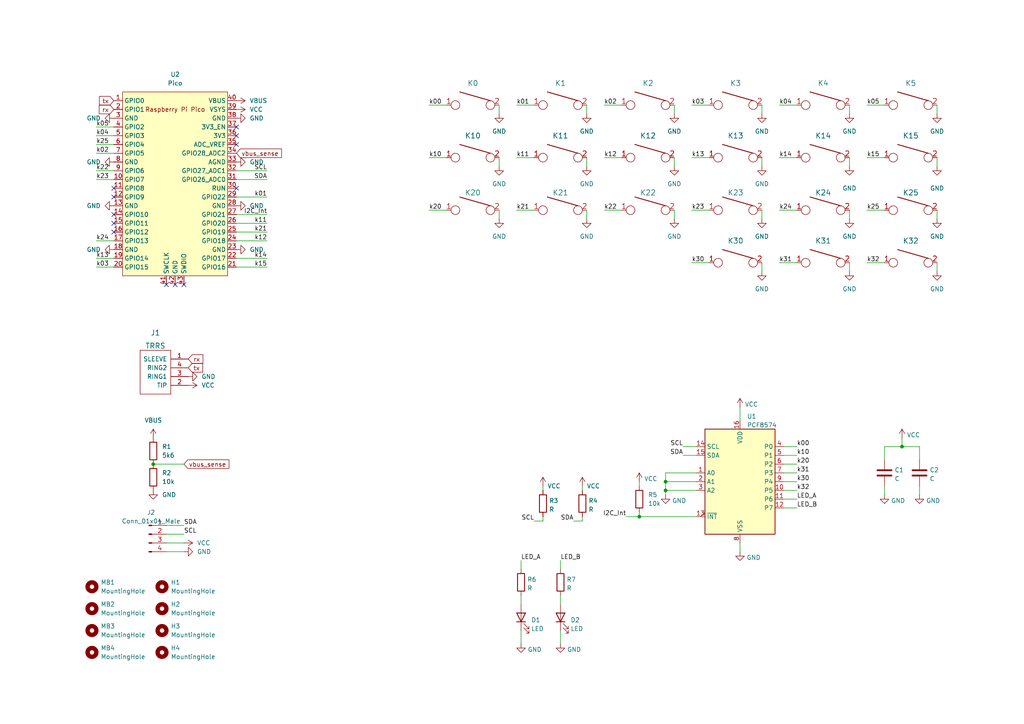
<source format=kicad_sch>
(kicad_sch (version 20211123) (generator eeschema)
  (paper "A4")
  (title_block (rev "rev1.0"))
  (lib_symbols
    (symbol "Connector:Conn_01x04_Male" (pin_names (offset 1.016) hide)
      (property "Reference" "J" (at 0 5.08 0))
      (property "Value" "Conn_01x04_Male" (at 0 -7.62 0))
      (symbol "Conn_01x04_Male_1_1"
        (polyline (pts (xy 1.27 -5.08) (xy 0.8636 -5.08)) (stroke (width 0.1524)))
        (polyline (pts (xy 1.27 -2.54) (xy 0.8636 -2.54)) (stroke (width 0.1524)))
        (polyline (pts (xy 1.27 0) (xy 0.8636 0)) (stroke (width 0.1524)))
        (polyline (pts (xy 1.27 2.54) (xy 0.8636 2.54)) (stroke (width 0.1524)))
        (rectangle (start 0.8636 -4.953) (end 0 -5.207) (stroke (width 0.1524)) (fill (type outline)))
        (rectangle (start 0.8636 -2.413) (end 0 -2.667) (stroke (width 0.1524)) (fill (type outline)))
        (rectangle (start 0.8636 0.127) (end 0 -0.127) (stroke (width 0.1524)) (fill (type outline)))
        (rectangle (start 0.8636 2.667) (end 0 2.413) (stroke (width 0.1524)) (fill (type outline)))
        (pin passive line (at 5.08 2.54 180) (length 3.81) (name "Pin_1") (number "1"))
        (pin passive line (at 5.08 0 180) (length 3.81) (name "Pin_2") (number "2"))
        (pin passive line (at 5.08 -2.54 180) (length 3.81) (name "Pin_3") (number "3"))
        (pin passive line (at 5.08 -5.08 180) (length 3.81) (name "Pin_4") (number "4"))
      )
    )
    (symbol "Device:C" (pin_numbers hide) (pin_names (offset 0.254))
      (property "Reference" "C" (at 0.635 2.54 0))
      (property "Value" "C" (at 0.635 -2.54 0))
      (symbol "C_0_1"
        (polyline (pts (xy -2.032 -0.762) (xy 2.032 -0.762)) (stroke (width 0.508)))
        (polyline (pts (xy -2.032 0.762) (xy 2.032 0.762)) (stroke (width 0.508)))
      )
      (symbol "C_1_1"
        (pin passive line (at 0 3.81 270) (length 2.794) (name "~") (number "1"))
        (pin passive line (at 0 -3.81 90) (length 2.794) (name "~") (number "2"))
      )
    )
    (symbol "Device:LED" (pin_numbers hide) (pin_names (offset 1.016) hide)
      (property "Reference" "D" (at 0 2.54 0))
      (property "Value" "LED" (at 0 -2.54 0))
      (symbol "LED_0_1"
        (polyline (pts (xy -1.27 -1.27) (xy -1.27 1.27)) (stroke (width 0.254)))
        (polyline (pts (xy -1.27 0) (xy 1.27 0)))
        (polyline (pts (xy 1.27 -1.27) (xy 1.27 1.27) (xy -1.27 0) (xy 1.27 -1.27)) (stroke (width 0.254)))
        (polyline (pts (xy -3.048 -0.762) (xy -4.572 -2.286) (xy -3.81 -2.286) (xy -4.572 -2.286) (xy -4.572 -1.524)))
        (polyline (pts (xy -1.778 -0.762) (xy -3.302 -2.286) (xy -2.54 -2.286) (xy -3.302 -2.286) (xy -3.302 -1.524)))
      )
      (symbol "LED_1_1"
        (pin passive line (at -3.81 0 0) (length 2.54) (name "K") (number "1"))
        (pin passive line (at 3.81 0 180) (length 2.54) (name "A") (number "2"))
      )
    )
    (symbol "Device:R" (pin_numbers hide) (pin_names (offset 0))
      (property "Reference" "R" (at 2.032 0 90))
      (property "Value" "R" (at 0 0 90))
      (symbol "R_0_1"
        (rectangle (start -1.016 -2.54) (end 1.016 2.54) (stroke (width 0.254)))
      )
      (symbol "R_1_1"
        (pin passive line (at 0 3.81 270) (length 1.27) (name "~") (number "1"))
        (pin passive line (at 0 -3.81 90) (length 1.27) (name "~") (number "2"))
      )
    )
    (symbol "Interface_Expansion:PCF8574"
      (property "Reference" "U" (at -8.89 16.51 0))
      (property "Value" "PCF8574" (at 2.54 16.51 0))
      (symbol "PCF8574_0_1"
        (rectangle (start -10.16 15.24) (end 10.16 -15.24) (stroke (width 0.254)) (fill (type background)))
      )
      (symbol "PCF8574_1_1"
        (pin input line (at -12.7 2.54 0) (length 2.54) (name "A0") (number "1"))
        (pin bidirectional line (at 12.7 -2.54 180) (length 2.54) (name "P5") (number "10"))
        (pin bidirectional line (at 12.7 -5.08 180) (length 2.54) (name "P6") (number "11"))
        (pin bidirectional line (at 12.7 -7.62 180) (length 2.54) (name "P7") (number "12"))
        (pin open_collector output_low (at -12.7 -10.16 0) (length 2.54) (name "~{INT}") (number "13"))
        (pin input line (at -12.7 10.16 0) (length 2.54) (name "SCL") (number "14"))
        (pin bidirectional line (at -12.7 7.62 0) (length 2.54) (name "SDA") (number "15"))
        (pin power_in line (at 0 17.78 270) (length 2.54) (name "VDD") (number "16"))
        (pin input line (at -12.7 0 0) (length 2.54) (name "A1") (number "2"))
        (pin input line (at -12.7 -2.54 0) (length 2.54) (name "A2") (number "3"))
        (pin bidirectional line (at 12.7 10.16 180) (length 2.54) (name "P0") (number "4"))
        (pin bidirectional line (at 12.7 7.62 180) (length 2.54) (name "P1") (number "5"))
        (pin bidirectional line (at 12.7 5.08 180) (length 2.54) (name "P2") (number "6"))
        (pin bidirectional line (at 12.7 2.54 180) (length 2.54) (name "P3") (number "7"))
        (pin power_in line (at 0 -17.78 90) (length 2.54) (name "VSS") (number "8"))
        (pin bidirectional line (at 12.7 0 180) (length 2.54) (name "P4") (number "9"))
      )
    )
    (symbol "KiCad-RP-Pico:Pico"
      (property "Reference" "U" (at -13.97 27.94 0))
      (property "Value" "Pico" (at 0 19.05 0))
      (symbol "Pico_0_0"
        (text "Raspberry Pi Pico" (at 0 21.59 0) (effects (font (size 1.27 1.27))))
      )
      (symbol "Pico_0_1"
        (rectangle (start -15.24 26.67) (end 15.24 -26.67) (fill (type background)))
      )
      (symbol "Pico_1_1"
        (pin bidirectional line (at -17.78 24.13 0) (length 2.54) (name "GPIO0") (number "1"))
        (pin bidirectional line (at -17.78 1.27 0) (length 2.54) (name "GPIO7") (number "10"))
        (pin bidirectional line (at -17.78 -1.27 0) (length 2.54) (name "GPIO8") (number "11"))
        (pin bidirectional line (at -17.78 -3.81 0) (length 2.54) (name "GPIO9") (number "12"))
        (pin power_in line (at -17.78 -6.35 0) (length 2.54) (name "GND") (number "13"))
        (pin bidirectional line (at -17.78 -8.89 0) (length 2.54) (name "GPIO10") (number "14"))
        (pin bidirectional line (at -17.78 -11.43 0) (length 2.54) (name "GPIO11") (number "15"))
        (pin bidirectional line (at -17.78 -13.97 0) (length 2.54) (name "GPIO12") (number "16"))
        (pin bidirectional line (at -17.78 -16.51 0) (length 2.54) (name "GPIO13") (number "17"))
        (pin power_in line (at -17.78 -19.05 0) (length 2.54) (name "GND") (number "18"))
        (pin bidirectional line (at -17.78 -21.59 0) (length 2.54) (name "GPIO14") (number "19"))
        (pin bidirectional line (at -17.78 21.59 0) (length 2.54) (name "GPIO1") (number "2"))
        (pin bidirectional line (at -17.78 -24.13 0) (length 2.54) (name "GPIO15") (number "20"))
        (pin bidirectional line (at 17.78 -24.13 180) (length 2.54) (name "GPIO16") (number "21"))
        (pin bidirectional line (at 17.78 -21.59 180) (length 2.54) (name "GPIO17") (number "22"))
        (pin power_in line (at 17.78 -19.05 180) (length 2.54) (name "GND") (number "23"))
        (pin bidirectional line (at 17.78 -16.51 180) (length 2.54) (name "GPIO18") (number "24"))
        (pin bidirectional line (at 17.78 -13.97 180) (length 2.54) (name "GPIO19") (number "25"))
        (pin bidirectional line (at 17.78 -11.43 180) (length 2.54) (name "GPIO20") (number "26"))
        (pin bidirectional line (at 17.78 -8.89 180) (length 2.54) (name "GPIO21") (number "27"))
        (pin power_in line (at 17.78 -6.35 180) (length 2.54) (name "GND") (number "28"))
        (pin bidirectional line (at 17.78 -3.81 180) (length 2.54) (name "GPIO22") (number "29"))
        (pin power_in line (at -17.78 19.05 0) (length 2.54) (name "GND") (number "3"))
        (pin input line (at 17.78 -1.27 180) (length 2.54) (name "RUN") (number "30"))
        (pin bidirectional line (at 17.78 1.27 180) (length 2.54) (name "GPIO26_ADC0") (number "31"))
        (pin bidirectional line (at 17.78 3.81 180) (length 2.54) (name "GPIO27_ADC1") (number "32"))
        (pin power_in line (at 17.78 6.35 180) (length 2.54) (name "AGND") (number "33"))
        (pin bidirectional line (at 17.78 8.89 180) (length 2.54) (name "GPIO28_ADC2") (number "34"))
        (pin power_in line (at 17.78 11.43 180) (length 2.54) (name "ADC_VREF") (number "35"))
        (pin power_in line (at 17.78 13.97 180) (length 2.54) (name "3V3") (number "36"))
        (pin input line (at 17.78 16.51 180) (length 2.54) (name "3V3_EN") (number "37"))
        (pin bidirectional line (at 17.78 19.05 180) (length 2.54) (name "GND") (number "38"))
        (pin power_in line (at 17.78 21.59 180) (length 2.54) (name "VSYS") (number "39"))
        (pin bidirectional line (at -17.78 16.51 0) (length 2.54) (name "GPIO2") (number "4"))
        (pin power_in line (at 17.78 24.13 180) (length 2.54) (name "VBUS") (number "40"))
        (pin input line (at -2.54 -29.21 90) (length 2.54) (name "SWCLK") (number "41"))
        (pin power_in line (at 0 -29.21 90) (length 2.54) (name "GND") (number "42"))
        (pin bidirectional line (at 2.54 -29.21 90) (length 2.54) (name "SWDIO") (number "43"))
        (pin bidirectional line (at -17.78 13.97 0) (length 2.54) (name "GPIO3") (number "5"))
        (pin bidirectional line (at -17.78 11.43 0) (length 2.54) (name "GPIO4") (number "6"))
        (pin bidirectional line (at -17.78 8.89 0) (length 2.54) (name "GPIO5") (number "7"))
        (pin power_in line (at -17.78 6.35 0) (length 2.54) (name "GND") (number "8"))
        (pin bidirectional line (at -17.78 3.81 0) (length 2.54) (name "GPIO6") (number "9"))
      )
    )
    (symbol "Mechanical:MountingHole" (pin_names (offset 1.016))
      (property "Reference" "H" (at 0 5.08 0))
      (property "Value" "MountingHole" (at 0 3.175 0))
      (symbol "MountingHole_0_1"
        (circle (center 0 0) (radius 1.27) (stroke (width 1.27)))
      )
    )
    (symbol "keebio:TRRS" (pin_names (offset 1.016))
      (property "Reference" "U" (at 0 15.24 0))
      (property "Value" "TRRS" (at 0 -2.54 0))
      (symbol "TRRS_0_1"
        (rectangle (start -3.81 0) (end -3.81 12.7))
        (rectangle (start -3.81 12.7) (end 5.08 12.7))
        (rectangle (start 5.08 0) (end -3.81 0))
        (rectangle (start 5.08 12.7) (end 5.08 0))
      )
      (symbol "TRRS_1_1"
        (pin input line (at -8.89 2.54 0) (length 5.08) (name "SLEEVE") (number "1"))
        (pin input line (at -8.89 10.16 0) (length 5.08) (name "TIP") (number "2"))
        (pin input line (at -8.89 7.62 0) (length 5.08) (name "RING1") (number "3"))
        (pin input line (at -8.89 5.08 0) (length 5.08) (name "RING2") (number "4"))
      )
    )
    (symbol "keyboard_parts:KEYSW" (pin_names (offset 1.016))
      (property "Reference" "K?" (at -1.27 0 0))
      (symbol "KEYSW_0_1"
        (circle (center -5.08 0) (radius 1.27))
        (polyline (pts (xy -5.08 1.27) (xy 3.81 3.81)) (stroke (width 0.254)))
        (circle (center 5.08 0) (radius 1.27))
      )
      (symbol "KEYSW_1_1"
        (pin passive line (at 7.62 0 180) (length 1.27) (name "~") (number "1"))
        (pin passive line (at -7.62 0 0) (length 1.27) (name "~") (number "2"))
      )
    )
    (symbol "power:GND" (power) (pin_names (offset 0))
      (property "Value" "GND" (at 0 -3.81 0))
      (symbol "GND_0_1"
        (polyline (pts (xy 0 0) (xy 0 -1.27) (xy 1.27 -1.27) (xy 0 -2.54) (xy -1.27 -1.27) (xy 0 -1.27)))
      )
      (symbol "GND_1_1"
        (pin power_in line (at 0 0 270) (length 0) hide (name "GND") (number "1"))
      )
    )
    (symbol "power:VBUS" (power) (pin_names (offset 0))
      (property "Value" "VBUS" (at 0 3.81 0))
      (symbol "VBUS_0_1"
        (polyline (pts (xy -0.762 1.27) (xy 0 2.54)))
        (polyline (pts (xy 0 0) (xy 0 2.54)))
        (polyline (pts (xy 0 2.54) (xy 0.762 1.27)))
      )
      (symbol "VBUS_1_1"
        (pin power_in line (at 0 0 90) (length 0) hide (name "VBUS") (number "1"))
      )
    )
    (symbol "power:VCC" (power) (pin_names (offset 0))
      (property "Value" "VCC" (at 0 3.81 0))
      (symbol "VCC_0_1"
        (polyline (pts (xy -0.762 1.27) (xy 0 2.54)))
        (polyline (pts (xy 0 0) (xy 0 2.54)))
        (polyline (pts (xy 0 2.54) (xy 0.762 1.27)))
      )
      (symbol "VCC_1_1"
        (pin power_in line (at 0 0 90) (length 0) hide (name "VCC") (number "1"))
      )
    )
  )
  (junction (at 44.45 134.62))
  (junction (at 185.42 149.86))
  (junction (at 193.04 139.7))
  (junction (at 261.62 129.54))
  (junction (at 193.04 142.24))
  (no_connect (at 33.02 67.31))
  (no_connect (at 33.02 57.15))
  (no_connect (at 53.34 82.55))
  (no_connect (at 50.8 82.55))
  (no_connect (at 48.26 82.55))
  (no_connect (at 68.58 39.37))
  (no_connect (at 68.58 41.91))
  (no_connect (at 68.58 36.83))
  (no_connect (at 68.58 54.61))
  (no_connect (at 33.02 54.61))
  (no_connect (at 33.02 62.23))
  (no_connect (at 33.02 64.77))
  (wire (pts (xy 149.86 60.96) (xy 154.94 60.96)))
  (wire (pts (xy 77.47 57.15) (xy 68.58 57.15)))
  (wire (pts (xy 266.7 140.97) (xy 266.7 143.51)))
  (wire (pts (xy 200.66 45.72) (xy 205.74 45.72)))
  (wire (pts (xy 68.58 49.53) (xy 77.47 49.53)))
  (wire (pts (xy 151.13 182.88) (xy 151.13 186.69)))
  (wire (pts (xy 48.26 157.48) (xy 53.34 157.48)))
  (wire (pts (xy 251.46 30.48) (xy 256.54 30.48)))
  (wire (pts (xy 185.42 148.59) (xy 185.42 149.86)))
  (wire (pts (xy 162.56 162.56) (xy 162.56 165.1)))
  (wire (pts (xy 166.37 151.13) (xy 168.91 151.13)))
  (wire (pts (xy 124.46 45.72) (xy 129.54 45.72)))
  (wire (pts (xy 200.66 60.96) (xy 205.74 60.96)))
  (wire (pts (xy 266.7 129.54) (xy 266.7 133.35)))
  (wire (pts (xy 68.58 67.31) (xy 77.47 67.31)))
  (wire (pts (xy 193.04 139.7) (xy 201.93 139.7)))
  (wire (pts (xy 149.86 45.72) (xy 154.94 45.72)))
  (wire (pts (xy 27.94 49.53) (xy 33.02 49.53)))
  (wire (pts (xy 185.42 149.86) (xy 181.61 149.86)))
  (wire (pts (xy 68.58 62.23) (xy 77.47 62.23)))
  (wire (pts (xy 48.26 154.94) (xy 53.34 154.94)))
  (wire (pts (xy 201.93 129.54) (xy 198.12 129.54)))
  (wire (pts (xy 227.33 134.62) (xy 231.14 134.62)))
  (wire (pts (xy 256.54 129.54) (xy 261.62 129.54)))
  (wire (pts (xy 27.94 74.93) (xy 33.02 74.93)))
  (wire (pts (xy 175.26 60.96) (xy 180.34 60.96)))
  (wire (pts (xy 251.46 60.96) (xy 256.54 60.96)))
  (wire (pts (xy 195.58 63.5) (xy 195.58 60.96)))
  (wire (pts (xy 144.78 63.5) (xy 144.78 60.96)))
  (wire (pts (xy 246.38 48.26) (xy 246.38 45.72)))
  (wire (pts (xy 220.98 48.26) (xy 220.98 45.72)))
  (wire (pts (xy 144.78 48.26) (xy 144.78 45.72)))
  (wire (pts (xy 27.94 41.91) (xy 33.02 41.91)))
  (wire (pts (xy 27.94 77.47) (xy 33.02 77.47)))
  (wire (pts (xy 151.13 172.72) (xy 151.13 175.26)))
  (wire (pts (xy 175.26 45.72) (xy 180.34 45.72)))
  (wire (pts (xy 246.38 78.74) (xy 246.38 76.2)))
  (wire (pts (xy 193.04 142.24) (xy 193.04 143.51)))
  (wire (pts (xy 271.78 48.26) (xy 271.78 45.72)))
  (wire (pts (xy 200.66 76.2) (xy 205.74 76.2)))
  (wire (pts (xy 226.06 45.72) (xy 231.14 45.72)))
  (wire (pts (xy 227.33 132.08) (xy 231.14 132.08)))
  (wire (pts (xy 200.66 30.48) (xy 205.74 30.48)))
  (wire (pts (xy 220.98 78.74) (xy 220.98 76.2)))
  (wire (pts (xy 271.78 63.5) (xy 271.78 60.96)))
  (wire (pts (xy 124.46 60.96) (xy 129.54 60.96)))
  (wire (pts (xy 162.56 172.72) (xy 162.56 175.26)))
  (wire (pts (xy 256.54 133.35) (xy 256.54 129.54)))
  (wire (pts (xy 27.94 69.85) (xy 33.02 69.85)))
  (wire (pts (xy 68.58 77.47) (xy 77.47 77.47)))
  (wire (pts (xy 144.78 33.02) (xy 144.78 30.48)))
  (wire (pts (xy 193.04 137.16) (xy 201.93 137.16)))
  (wire (pts (xy 195.58 48.26) (xy 195.58 45.72)))
  (wire (pts (xy 170.18 63.5) (xy 170.18 60.96)))
  (wire (pts (xy 162.56 182.88) (xy 162.56 186.69)))
  (wire (pts (xy 246.38 63.5) (xy 246.38 60.96)))
  (wire (pts (xy 48.26 160.02) (xy 53.34 160.02)))
  (wire (pts (xy 226.06 30.48) (xy 231.14 30.48)))
  (wire (pts (xy 124.46 30.48) (xy 129.54 30.48)))
  (wire (pts (xy 27.94 39.37) (xy 33.02 39.37)))
  (wire (pts (xy 68.58 74.93) (xy 77.47 74.93)))
  (wire (pts (xy 68.58 52.07) (xy 77.47 52.07)))
  (wire (pts (xy 193.04 142.24) (xy 201.93 142.24)))
  (wire (pts (xy 170.18 48.26) (xy 170.18 45.72)))
  (wire (pts (xy 227.33 144.78) (xy 231.14 144.78)))
  (wire (pts (xy 175.26 30.48) (xy 180.34 30.48)))
  (wire (pts (xy 193.04 139.7) (xy 193.04 142.24)))
  (wire (pts (xy 256.54 140.97) (xy 256.54 143.51)))
  (wire (pts (xy 151.13 162.56) (xy 151.13 165.1)))
  (wire (pts (xy 154.94 151.13) (xy 157.48 151.13)))
  (wire (pts (xy 193.04 137.16) (xy 193.04 139.7)))
  (wire (pts (xy 201.93 149.86) (xy 185.42 149.86)))
  (wire (pts (xy 227.33 139.7) (xy 231.14 139.7)))
  (wire (pts (xy 214.63 118.11) (xy 214.63 121.92)))
  (wire (pts (xy 168.91 151.13) (xy 168.91 149.86)))
  (wire (pts (xy 185.42 139.7) (xy 185.42 140.97)))
  (wire (pts (xy 261.62 129.54) (xy 266.7 129.54)))
  (wire (pts (xy 27.94 36.83) (xy 33.02 36.83)))
  (wire (pts (xy 27.94 44.45) (xy 33.02 44.45)))
  (wire (pts (xy 44.45 134.62) (xy 53.34 134.62)))
  (wire (pts (xy 227.33 142.24) (xy 231.14 142.24)))
  (wire (pts (xy 195.58 33.02) (xy 195.58 30.48)))
  (wire (pts (xy 251.46 45.72) (xy 256.54 45.72)))
  (wire (pts (xy 231.14 129.54) (xy 227.33 129.54)))
  (wire (pts (xy 226.06 60.96) (xy 231.14 60.96)))
  (wire (pts (xy 68.58 64.77) (xy 77.47 64.77)))
  (wire (pts (xy 170.18 33.02) (xy 170.18 30.48)))
  (wire (pts (xy 226.06 76.2) (xy 231.14 76.2)))
  (wire (pts (xy 271.78 33.02) (xy 271.78 30.48)))
  (wire (pts (xy 168.91 140.97) (xy 168.91 142.24)))
  (wire (pts (xy 157.48 140.97) (xy 157.48 142.24)))
  (wire (pts (xy 246.38 33.02) (xy 246.38 30.48)))
  (wire (pts (xy 251.46 76.2) (xy 256.54 76.2)))
  (wire (pts (xy 214.63 157.48) (xy 214.63 160.02)))
  (wire (pts (xy 48.26 152.4) (xy 53.34 152.4)))
  (wire (pts (xy 220.98 33.02) (xy 220.98 30.48)))
  (wire (pts (xy 157.48 151.13) (xy 157.48 149.86)))
  (wire (pts (xy 27.94 52.07) (xy 33.02 52.07)))
  (wire (pts (xy 77.47 69.85) (xy 68.58 69.85)))
  (wire (pts (xy 149.86 30.48) (xy 154.94 30.48)))
  (wire (pts (xy 227.33 147.32) (xy 231.14 147.32)))
  (wire (pts (xy 201.93 132.08) (xy 198.12 132.08)))
  (wire (pts (xy 227.33 137.16) (xy 231.14 137.16)))
  (wire (pts (xy 271.78 78.74) (xy 271.78 76.2)))
  (wire (pts (xy 261.62 127) (xy 261.62 129.54)))
  (wire (pts (xy 220.98 63.5) (xy 220.98 60.96)))
  (label "k11" (at 77.47 64.77 180))
  (label "SCL" (at 154.94 151.13 180))
  (label "SCL" (at 53.34 154.94 0))
  (label "k21" (at 77.47 67.31 180))
  (label "k13" (at 27.94 74.93 0))
  (label "k30" (at 200.66 76.2 0))
  (label "k02" (at 175.26 30.48 0))
  (label "SDA" (at 53.34 152.4 0))
  (label "k04" (at 226.06 30.48 0))
  (label "SDA" (at 77.47 52.07 180))
  (label "SCL" (at 198.12 129.54 180))
  (label "I2C_Int" (at 181.61 149.86 180))
  (label "k20" (at 231.14 134.62 0))
  (label "k00" (at 231.14 129.54 0))
  (label "k01" (at 77.47 57.15 180))
  (label "k00" (at 124.46 30.48 0))
  (label "k03" (at 200.66 30.48 0))
  (label "k15" (at 251.46 45.72 0))
  (label "k23" (at 200.66 60.96 0))
  (label "LED_A" (at 231.14 144.78 0))
  (label "I2C_Int" (at 77.47 62.23 180))
  (label "LED_B" (at 231.14 147.32 0))
  (label "k10" (at 231.14 132.08 0))
  (label "k24" (at 226.06 60.96 0))
  (label "k05" (at 251.46 30.48 0))
  (label "k32" (at 231.14 142.24 0))
  (label "LED_B" (at 162.56 162.56 0))
  (label "k22" (at 175.26 60.96 0))
  (label "k03" (at 27.94 77.47 0))
  (label "k02" (at 27.94 44.45 0))
  (label "k01" (at 149.86 30.48 0))
  (label "k22" (at 27.94 49.53 0))
  (label "k10" (at 124.46 45.72 0))
  (label "k12" (at 77.47 69.85 180))
  (label "k30" (at 231.14 139.7 0))
  (label "k31" (at 231.14 137.16 0))
  (label "SDA" (at 166.37 151.13 180))
  (label "k24" (at 27.94 69.85 0))
  (label "k32" (at 251.46 76.2 0))
  (label "k14" (at 226.06 45.72 0))
  (label "k12" (at 175.26 45.72 0))
  (label "k23" (at 27.94 52.07 0))
  (label "k11" (at 149.86 45.72 0))
  (label "k15" (at 77.47 77.47 180))
  (label "k25" (at 27.94 41.91 0))
  (label "SDA" (at 198.12 132.08 180))
  (label "k04" (at 27.94 39.37 0))
  (label "k31" (at 226.06 76.2 0))
  (label "k13" (at 200.66 45.72 0))
  (label "k21" (at 149.86 60.96 0))
  (label "k25" (at 251.46 60.96 0))
  (label "LED_A" (at 151.13 162.56 0))
  (label "SCL" (at 77.47 49.53 180))
  (label "k05" (at 27.94 36.83 0))
  (label "k14" (at 77.47 74.93 180))
  (label "k20" (at 124.46 60.96 0))
  (global_label "rx" (shape input) (at 54.61 104.14 0) (property "Intersheet References" "${INTERSHEET_REFS}" (effects hide)))
  (global_label "vbus_sense" (shape input) (at 53.34 134.62 0) (property "Intersheet References" "${INTERSHEET_REFS}" (effects hide)))
  (global_label "tx" (shape input) (at 54.61 106.68 0) (property "Intersheet References" "${INTERSHEET_REFS}" (effects hide)))
  (global_label "tx" (shape input) (at 33.02 29.21 180) (property "Intersheet References" "${INTERSHEET_REFS}" (effects hide)))
  (global_label "vbus_sense" (shape input) (at 68.58 44.45 0) (property "Intersheet References" "${INTERSHEET_REFS}" (effects hide)))
  (global_label "rx" (shape input) (at 33.02 31.75 180) (property "Intersheet References" "${INTERSHEET_REFS}" (effects hide)))
  (symbol (lib_id "keyboard_parts:KEYSW") (at 264.16 76.2 0) (mirror y) (unit 1)
    (property "Reference" "K32" (at 264.16 69.85 0) (effects (font (size 1.524 1.524))))
    (property "Value" "KEYSW" (effects hide))
    (property "Footprint" "keyswitches:Kailh_socket_MX_optional" (effects hide))
  )
  (symbol (lib_id "power:GND") (at 151.13 186.69 0) (unit 1)
    (property "Reference" "#PWR0145" (effects hide))
    (property "Value" "GND" (at 153.035 188.3938 0) (effects (justify left)))
  )
  (symbol (lib_id "Mechanical:MountingHole") (at 26.67 182.88 0) (unit 1)
    (property "Reference" "MB3" (at 29.21 181.6099 0) (effects (justify left)))
    (property "Value" "MountingHole" (at 29.21 184.1499 0) (effects (justify left)))
    (property "Footprint" "beekeeb_lib:mousebites" (effects hide))
  )
  (symbol (lib_id "Device:LED") (at 151.13 179.07 90) (unit 1)
    (property "Reference" "D1" (at 154.051 179.8228 90) (effects (justify right)))
    (property "Value" "LED" (at 154.051 182.3597 90) (effects (justify right)))
  )
  (symbol (lib_id "power:VCC") (at 157.48 140.97 0) (unit 1)
    (property "Reference" "#PWR0141" (effects hide))
    (property "Value" "VCC" (at 158.75 140.97 0) (effects (justify left)))
  )
  (symbol (lib_id "power:GND") (at 195.58 48.26 0) (unit 1)
    (property "Reference" "#PWR0104" (effects hide))
    (property "Value" "GND" (at 195.58 53.34 0))
  )
  (symbol (lib_id "power:VBUS") (at 68.58 29.21 270) (unit 1)
    (property "Reference" "#PWR0124" (effects hide))
    (property "Value" "VBUS" (at 72.39 29.2099 90) (effects (justify left)))
  )
  (symbol (lib_id "power:GND") (at 53.34 160.02 90) (unit 1)
    (property "Reference" "#PWR02" (effects hide))
    (property "Value" "GND" (at 57.15 160.0199 90) (effects (justify right)))
  )
  (symbol (lib_id "Device:R") (at 185.42 144.78 0) (unit 1)
    (property "Reference" "R5" (at 187.96 143.5099 0) (effects (justify left)))
    (property "Value" "10k" (at 187.96 146.0499 0) (effects (justify left)))
    (property "Footprint" "Resistor_SMD:R_0603_1608Metric_Pad0.98x0.95mm_HandSolder" (effects hide))
  )
  (symbol (lib_id "Device:C") (at 256.54 137.16 0) (unit 1)
    (property "Reference" "C1" (at 259.461 136.3253 0) (effects (justify left)))
    (property "Value" "C" (at 259.461 138.8622 0) (effects (justify left)))
    (property "Footprint" "Capacitor_SMD:C_0603_1608Metric_Pad1.08x0.95mm_HandSolder" (effects hide))
  )
  (symbol (lib_id "power:GND") (at 33.02 59.69 270) (unit 1)
    (property "Reference" "#PWR0128" (effects hide))
    (property "Value" "GND" (at 29.21 59.6899 90) (effects (justify right)))
  )
  (symbol (lib_id "keyboard_parts:KEYSW") (at 238.76 60.96 0) (mirror y) (unit 1)
    (property "Reference" "K24" (at 238.76 55.88 0) (effects (font (size 1.524 1.524))))
    (property "Value" "KEYSW" (effects hide))
    (property "Footprint" "keyswitches:Kailh_socket_MX_optional" (effects hide))
  )
  (symbol (lib_id "power:GND") (at 68.58 46.99 90) (unit 1)
    (property "Reference" "#PWR0111" (effects hide))
    (property "Value" "GND" (at 72.39 46.9899 90) (effects (justify right)))
  )
  (symbol (lib_id "Device:R") (at 168.91 146.05 0) (unit 1)
    (property "Reference" "R4" (at 170.688 145.2153 0) (effects (justify left)))
    (property "Value" "R" (at 170.688 147.7522 0) (effects (justify left)))
    (property "Footprint" "Resistor_SMD:R_0603_1608Metric_Pad0.98x0.95mm_HandSolder" (effects hide))
  )
  (symbol (lib_id "power:GND") (at 54.61 109.22 90) (unit 1)
    (property "Reference" "#PWR0126" (effects hide))
    (property "Value" "GND" (at 58.42 109.2199 90) (effects (justify right)))
  )
  (symbol (lib_id "keyboard_parts:KEYSW") (at 137.16 30.48 0) (mirror y) (unit 1)
    (property "Reference" "K0" (at 137.16 24.13 0) (effects (font (size 1.524 1.524))))
    (property "Value" "KEYSW" (effects hide))
    (property "Footprint" "keyswitches:Kailh_socket_MX_optional" (effects hide))
  )
  (symbol (lib_id "Mechanical:MountingHole") (at 46.99 189.23 0) (unit 1)
    (property "Reference" "H4" (at 49.53 187.9599 0) (effects (justify left)))
    (property "Value" "MountingHole" (at 49.53 190.4999 0) (effects (justify left)))
    (property "Footprint" "beekeeb_lib:MountingHole_2.2mm_M2-8mm" (effects hide))
  )
  (symbol (lib_id "power:VBUS") (at 44.45 127 0) (unit 1)
    (property "Reference" "#PWR0125" (effects hide))
    (property "Value" "VBUS" (at 44.45 121.92 0))
  )
  (symbol (lib_id "keyboard_parts:KEYSW") (at 264.16 45.72 0) (mirror y) (unit 1)
    (property "Reference" "K15" (at 264.16 39.37 0) (effects (font (size 1.524 1.524))))
    (property "Value" "KEYSW" (effects hide))
    (property "Footprint" "keyswitches:Kailh_socket_MX_optional" (effects hide))
  )
  (symbol (lib_id "power:GND") (at 144.78 48.26 0) (unit 1)
    (property "Reference" "#PWR0107" (effects hide))
    (property "Value" "GND" (at 144.78 53.34 0))
  )
  (symbol (lib_id "power:VCC") (at 168.91 140.97 0) (unit 1)
    (property "Reference" "#PWR0140" (effects hide))
    (property "Value" "VCC" (at 170.18 140.97 0) (effects (justify left)))
  )
  (symbol (lib_id "power:GND") (at 195.58 63.5 0) (unit 1)
    (property "Reference" "#PWR0105" (effects hide))
    (property "Value" "GND" (at 195.58 68.58 0))
  )
  (symbol (lib_id "Mechanical:MountingHole") (at 26.67 176.53 0) (unit 1)
    (property "Reference" "MB2" (at 29.21 175.2599 0) (effects (justify left)))
    (property "Value" "MountingHole" (at 29.21 177.7999 0) (effects (justify left)))
    (property "Footprint" "beekeeb_lib:mousebites" (effects hide))
  )
  (symbol (lib_id "Mechanical:MountingHole") (at 46.99 176.53 0) (unit 1)
    (property "Reference" "H2" (at 49.53 175.2599 0) (effects (justify left)))
    (property "Value" "MountingHole" (at 49.53 177.7999 0) (effects (justify left)))
    (property "Footprint" "beekeeb_lib:MountingHole_2.2mm_M2-8mm" (effects hide))
  )
  (symbol (lib_id "power:GND") (at 214.63 160.02 0) (unit 1)
    (property "Reference" "#PWR0137" (effects hide))
    (property "Value" "GND" (at 216.535 161.7238 0) (effects (justify left)))
  )
  (symbol (lib_id "keyboard_parts:KEYSW") (at 213.36 30.48 0) (mirror y) (unit 1)
    (property "Reference" "K3" (at 213.36 24.13 0) (effects (font (size 1.524 1.524))))
    (property "Value" "KEYSW" (effects hide))
    (property "Footprint" "keyswitches:Kailh_socket_MX_optional" (effects hide))
  )
  (symbol (lib_id "power:GND") (at 266.7 143.51 0) (unit 1)
    (property "Reference" "#PWR0144" (effects hide))
    (property "Value" "GND" (at 268.605 145.2138 0) (effects (justify left)))
  )
  (symbol (lib_id "power:GND") (at 246.38 63.5 0) (unit 1)
    (property "Reference" "#PWR0121" (effects hide))
    (property "Value" "GND" (at 246.38 68.58 0))
  )
  (symbol (lib_id "keyboard_parts:KEYSW") (at 187.96 30.48 0) (mirror y) (unit 1)
    (property "Reference" "K2" (at 187.96 24.13 0) (effects (font (size 1.524 1.524))))
    (property "Value" "KEYSW" (effects hide))
    (property "Footprint" "keyswitches:Kailh_socket_MX_optional" (effects hide))
  )
  (symbol (lib_id "keyboard_parts:KEYSW") (at 162.56 45.72 0) (mirror y) (unit 1)
    (property "Reference" "K11" (at 162.56 39.37 0) (effects (font (size 1.524 1.524))))
    (property "Value" "KEYSW" (effects hide))
    (property "Footprint" "keyswitches:Kailh_socket_MX_optional" (effects hide))
  )
  (symbol (lib_id "keyboard_parts:KEYSW") (at 187.96 60.96 0) (mirror y) (unit 1)
    (property "Reference" "K22" (at 187.96 55.88 0) (effects (font (size 1.524 1.524))))
    (property "Value" "KEYSW" (effects hide))
    (property "Footprint" "keyswitches:Kailh_socket_MX_optional" (effects hide))
  )
  (symbol (lib_id "power:GND") (at 271.78 33.02 0) (unit 1)
    (property "Reference" "#PWR0115" (effects hide))
    (property "Value" "GND" (at 271.78 38.1 0))
  )
  (symbol (lib_id "power:GND") (at 271.78 63.5 0) (unit 1)
    (property "Reference" "#PWR0118" (effects hide))
    (property "Value" "GND" (at 271.78 68.58 0))
  )
  (symbol (lib_id "power:GND") (at 271.78 78.74 0) (unit 1)
    (property "Reference" "#PWR0117" (effects hide))
    (property "Value" "GND" (at 271.78 83.82 0))
  )
  (symbol (lib_id "Mechanical:MountingHole") (at 26.67 170.18 0) (unit 1)
    (property "Reference" "MB1" (at 29.21 168.9099 0) (effects (justify left)))
    (property "Value" "MountingHole" (at 29.21 171.4499 0) (effects (justify left)))
    (property "Footprint" "beekeeb_lib:mousebites" (effects hide))
  )
  (symbol (lib_id "power:VCC") (at 185.42 139.7 0) (unit 1)
    (property "Reference" "#PWR0138" (effects hide))
    (property "Value" "VCC" (at 186.817 138.8638 0) (effects (justify left)))
  )
  (symbol (lib_id "power:GND") (at 246.38 48.26 0) (unit 1)
    (property "Reference" "#PWR0119" (effects hide))
    (property "Value" "GND" (at 246.38 54.61 0))
  )
  (symbol (lib_id "power:GND") (at 170.18 63.5 0) (unit 1)
    (property "Reference" "#PWR0101" (effects hide))
    (property "Value" "GND" (at 170.18 68.58 0))
  )
  (symbol (lib_id "keyboard_parts:KEYSW") (at 238.76 30.48 0) (mirror y) (unit 1)
    (property "Reference" "K4" (at 238.76 24.13 0) (effects (font (size 1.524 1.524))))
    (property "Value" "KEYSW" (effects hide))
    (property "Footprint" "keyswitches:Kailh_socket_MX_optional" (effects hide))
  )
  (symbol (lib_id "power:GND") (at 246.38 78.74 0) (unit 1)
    (property "Reference" "#PWR0120" (effects hide))
    (property "Value" "GND" (at 246.38 83.82 0))
  )
  (symbol (lib_id "power:GND") (at 68.58 72.39 90) (unit 1)
    (property "Reference" "#PWR0135" (effects hide))
    (property "Value" "GND" (at 72.39 72.3899 90) (effects (justify right)))
  )
  (symbol (lib_id "Device:R") (at 44.45 138.43 0) (unit 1)
    (property "Reference" "R2" (at 46.99 137.1599 0) (effects (justify left)))
    (property "Value" "10k" (at 46.99 139.6999 0) (effects (justify left)))
    (property "Footprint" "Resistor_SMD:R_0603_1608Metric_Pad0.98x0.95mm_HandSolder" (effects hide))
  )
  (symbol (lib_id "power:GND") (at 162.56 186.69 0) (unit 1)
    (property "Reference" "#PWR0146" (effects hide))
    (property "Value" "GND" (at 164.465 188.3938 0) (effects (justify left)))
  )
  (symbol (lib_id "keyboard_parts:KEYSW") (at 213.36 76.2 0) (mirror y) (unit 1)
    (property "Reference" "K30" (at 213.36 69.85 0) (effects (font (size 1.524 1.524))))
    (property "Value" "KEYSW" (effects hide))
    (property "Footprint" "keyswitches:Kailh_socket_MX_optional" (effects hide))
  )
  (symbol (lib_id "power:GND") (at 246.38 33.02 0) (unit 1)
    (property "Reference" "#PWR0112" (effects hide))
    (property "Value" "GND" (at 246.38 38.1 0))
  )
  (symbol (lib_id "power:VCC") (at 214.63 118.11 0) (unit 1)
    (property "Reference" "#PWR0136" (effects hide))
    (property "Value" "VCC" (at 216.027 117.2738 0) (effects (justify left)))
  )
  (symbol (lib_id "Device:LED") (at 162.56 179.07 90) (unit 1)
    (property "Reference" "D2" (at 165.481 179.8228 90) (effects (justify right)))
    (property "Value" "LED" (at 165.481 182.3597 90) (effects (justify right)))
  )
  (symbol (lib_id "power:GND") (at 33.02 72.39 270) (unit 1)
    (property "Reference" "#PWR0129" (effects hide))
    (property "Value" "GND" (at 29.21 72.3899 90) (effects (justify right)))
  )
  (symbol (lib_id "keebio:TRRS") (at 45.72 101.6 180) (unit 1)
    (property "Reference" "J1" (at 45.085 96.52 0) (effects (font (size 1.524 1.524))))
    (property "Value" "TRRS" (at 45.085 100.33 0) (effects (font (size 1.524 1.524))))
    (property "Footprint" "trrs_audiojack:TRRS-PJ-320A" (effects hide))
  )
  (symbol (lib_id "power:GND") (at 68.58 34.29 90) (unit 1)
    (property "Reference" "#PWR0132" (effects hide))
    (property "Value" "GND" (at 72.39 34.2899 90) (effects (justify right)))
  )
  (symbol (lib_id "KiCad-RP-Pico:Pico") (at 50.8 53.34 0) (unit 1)
    (property "Reference" "U2" (at 50.8 21.59 0))
    (property "Value" "Pico" (at 50.8 24.13 0))
    (property "Footprint" "RPi_Pico:RPi_Pico_SMD_TH" (effects hide))
  )
  (symbol (lib_id "keyboard_parts:KEYSW") (at 137.16 60.96 0) (mirror y) (unit 1)
    (property "Reference" "K20" (at 137.16 55.88 0) (effects (font (size 1.524 1.524))))
    (property "Value" "KEYSW" (effects hide))
    (property "Footprint" "keyswitches:Kailh_socket_MX_optional" (effects hide))
  )
  (symbol (lib_id "power:GND") (at 44.45 142.24 0) (unit 1)
    (property "Reference" "#PWR0127" (effects hide))
    (property "Value" "GND" (at 46.99 143.5099 0) (effects (justify left)))
  )
  (symbol (lib_id "power:VCC") (at 68.58 31.75 270) (unit 1)
    (property "Reference" "#PWR0133" (effects hide))
    (property "Value" "VCC" (at 72.39 31.7499 90) (effects (justify left)))
  )
  (symbol (lib_id "power:VCC") (at 261.62 127 0) (unit 1)
    (property "Reference" "#PWR0142" (effects hide))
    (property "Value" "VCC" (at 263.017 126.1638 0) (effects (justify left)))
  )
  (symbol (lib_id "power:GND") (at 271.78 48.26 0) (unit 1)
    (property "Reference" "#PWR0116" (effects hide))
    (property "Value" "GND" (at 271.78 54.61 0))
  )
  (symbol (lib_id "keyboard_parts:KEYSW") (at 213.36 60.96 0) (mirror y) (unit 1)
    (property "Reference" "K23" (at 213.36 55.88 0) (effects (font (size 1.524 1.524))))
    (property "Value" "KEYSW" (effects hide))
    (property "Footprint" "keyswitches:Kailh_socket_MX_optional" (effects hide))
  )
  (symbol (lib_id "power:GND") (at 68.58 59.69 90) (unit 1)
    (property "Reference" "#PWR0134" (effects hide))
    (property "Value" "GND" (at 72.39 59.6899 90) (effects (justify right)))
  )
  (symbol (lib_id "keyboard_parts:KEYSW") (at 137.16 45.72 0) (mirror y) (unit 1)
    (property "Reference" "K10" (at 137.16 39.37 0) (effects (font (size 1.524 1.524))))
    (property "Value" "KEYSW" (effects hide))
    (property "Footprint" "keyswitches:Kailh_socket_MX_optional" (effects hide))
  )
  (symbol (lib_id "keyboard_parts:KEYSW") (at 162.56 30.48 0) (mirror y) (unit 1)
    (property "Reference" "K1" (at 162.56 24.13 0) (effects (font (size 1.524 1.524))))
    (property "Value" "KEYSW" (effects hide))
    (property "Footprint" "keyswitches:Kailh_socket_MX_optional" (effects hide))
  )
  (symbol (lib_id "Device:C") (at 266.7 137.16 0) (unit 1)
    (property "Reference" "C2" (at 269.621 136.3253 0) (effects (justify left)))
    (property "Value" "C" (at 269.621 138.8622 0) (effects (justify left)))
    (property "Footprint" "Capacitor_SMD:C_0603_1608Metric_Pad1.08x0.95mm_HandSolder" (effects hide))
  )
  (symbol (lib_id "keyboard_parts:KEYSW") (at 264.16 60.96 0) (mirror y) (unit 1)
    (property "Reference" "K25" (at 264.16 55.88 0) (effects (font (size 1.524 1.524))))
    (property "Value" "KEYSW" (effects hide))
    (property "Footprint" "keyswitches:Kailh_socket_MX_optional" (effects hide))
  )
  (symbol (lib_id "power:GND") (at 33.02 46.99 270) (unit 1)
    (property "Reference" "#PWR0131" (effects hide))
    (property "Value" "GND" (at 29.21 46.9899 90) (effects (justify right)))
  )
  (symbol (lib_id "keyboard_parts:KEYSW") (at 238.76 76.2 0) (mirror y) (unit 1)
    (property "Reference" "K31" (at 238.76 69.85 0) (effects (font (size 1.524 1.524))))
    (property "Value" "KEYSW" (effects hide))
    (property "Footprint" "keyswitches:Kailh_socket_MX_optional" (effects hide))
  )
  (symbol (lib_id "Mechanical:MountingHole") (at 46.99 182.88 0) (unit 1)
    (property "Reference" "H3" (at 49.53 181.6099 0) (effects (justify left)))
    (property "Value" "MountingHole" (at 49.53 184.1499 0) (effects (justify left)))
    (property "Footprint" "beekeeb_lib:MountingHole_2.2mm_M2-8mm" (effects hide))
  )
  (symbol (lib_id "power:GND") (at 220.98 33.02 0) (unit 1)
    (property "Reference" "#PWR0123" (effects hide))
    (property "Value" "GND" (at 220.98 38.1 0))
  )
  (symbol (lib_id "keyboard_parts:KEYSW") (at 238.76 45.72 0) (mirror y) (unit 1)
    (property "Reference" "K14" (at 238.76 39.37 0) (effects (font (size 1.524 1.524))))
    (property "Value" "KEYSW" (effects hide))
    (property "Footprint" "keyswitches:Kailh_socket_MX_optional" (effects hide))
  )
  (symbol (lib_id "Mechanical:MountingHole") (at 26.67 189.23 0) (unit 1)
    (property "Reference" "MB4" (at 29.21 187.9599 0) (effects (justify left)))
    (property "Value" "MountingHole" (at 29.21 190.4999 0) (effects (justify left)))
    (property "Footprint" "beekeeb_lib:mousebites" (effects hide))
  )
  (symbol (lib_id "power:GND") (at 144.78 33.02 0) (unit 1)
    (property "Reference" "#PWR0109" (effects hide))
    (property "Value" "GND" (at 144.78 38.1 0))
  )
  (symbol (lib_id "power:GND") (at 33.02 34.29 270) (unit 1)
    (property "Reference" "#PWR0130" (effects hide))
    (property "Value" "GND" (at 29.21 34.2899 90) (effects (justify right)))
  )
  (symbol (lib_id "Connector:Conn_01x04_Male") (at 43.18 154.94 0) (unit 1)
    (property "Reference" "J2" (at 43.815 148.624 0))
    (property "Value" "Conn_01x04_Male" (at 43.815 151.1609 0))
    (property "Footprint" "Connector_PinHeader_2.54mm:PinHeader_1x04_P2.54mm_Vertical" (effects hide))
  )
  (symbol (lib_id "keyboard_parts:KEYSW") (at 213.36 45.72 0) (mirror y) (unit 1)
    (property "Reference" "K13" (at 213.36 39.37 0) (effects (font (size 1.524 1.524))))
    (property "Value" "KEYSW" (effects hide))
    (property "Footprint" "keyswitches:Kailh_socket_MX_optional" (effects hide))
  )
  (symbol (lib_id "Interface_Expansion:PCF8574") (at 214.63 139.7 0) (unit 1)
    (property "Reference" "U1" (at 216.6494 120.7602 0) (effects (justify left)))
    (property "Value" "PCF8574" (at 216.6494 123.2971 0) (effects (justify left)))
    (property "Footprint" "Package_SO:SSOP-20_4.4x6.5mm_P0.65mm" (effects hide))
    (property "Datasheet" "https://www.nxp.com/docs/en/data-sheet/PCF8574_PCF8574A.pdf" (effects hide))
  )
  (symbol (lib_id "power:GND") (at 195.58 33.02 0) (unit 1)
    (property "Reference" "#PWR0103" (effects hide))
    (property "Value" "GND" (at 195.58 38.1 0))
  )
  (symbol (lib_id "power:GND") (at 193.04 143.51 0) (unit 1)
    (property "Reference" "#PWR0139" (effects hide))
    (property "Value" "GND" (at 194.945 145.2138 0) (effects (justify left)))
  )
  (symbol (lib_id "Device:R") (at 151.13 168.91 0) (unit 1)
    (property "Reference" "R6" (at 152.908 168.0753 0) (effects (justify left)))
    (property "Value" "R" (at 152.908 170.6122 0) (effects (justify left)))
    (property "Footprint" "Resistor_SMD:R_0603_1608Metric_Pad0.98x0.95mm_HandSolder" (effects hide))
  )
  (symbol (lib_id "power:GND") (at 220.98 48.26 0) (unit 1)
    (property "Reference" "#PWR0122" (effects hide))
    (property "Value" "GND" (at 220.98 53.34 0))
  )
  (symbol (lib_id "keyboard_parts:KEYSW") (at 162.56 60.96 0) (mirror y) (unit 1)
    (property "Reference" "K21" (at 162.56 55.88 0) (effects (font (size 1.524 1.524))))
    (property "Value" "KEYSW" (effects hide))
    (property "Footprint" "keyswitches:Kailh_socket_MX_optional" (effects hide))
  )
  (symbol (lib_id "keyboard_parts:KEYSW") (at 187.96 45.72 0) (mirror y) (unit 1)
    (property "Reference" "K12" (at 187.96 39.37 0) (effects (font (size 1.524 1.524))))
    (property "Value" "KEYSW" (effects hide))
    (property "Footprint" "keyswitches:Kailh_socket_MX_optional" (effects hide))
  )
  (symbol (lib_id "power:GND") (at 220.98 78.74 0) (unit 1)
    (property "Reference" "#PWR0113" (effects hide))
    (property "Value" "GND" (at 220.98 83.82 0))
  )
  (symbol (lib_id "Device:R") (at 162.56 168.91 0) (unit 1)
    (property "Reference" "R7" (at 164.338 168.0753 0) (effects (justify left)))
    (property "Value" "R" (at 164.338 170.6122 0) (effects (justify left)))
    (property "Footprint" "Resistor_SMD:R_0603_1608Metric_Pad0.98x0.95mm_HandSolder" (effects hide))
  )
  (symbol (lib_id "power:GND") (at 256.54 143.51 0) (unit 1)
    (property "Reference" "#PWR0143" (effects hide))
    (property "Value" "GND" (at 258.445 145.2138 0) (effects (justify left)))
  )
  (symbol (lib_id "power:GND") (at 170.18 33.02 0) (unit 1)
    (property "Reference" "#PWR0106" (effects hide))
    (property "Value" "GND" (at 170.18 38.1 0))
  )
  (symbol (lib_id "Device:R") (at 157.48 146.05 0) (unit 1)
    (property "Reference" "R3" (at 159.258 145.2153 0) (effects (justify left)))
    (property "Value" "R" (at 159.258 147.7522 0) (effects (justify left)))
    (property "Footprint" "Resistor_SMD:R_0603_1608Metric_Pad0.98x0.95mm_HandSolder" (effects hide))
  )
  (symbol (lib_id "power:GND") (at 170.18 48.26 0) (unit 1)
    (property "Reference" "#PWR0102" (effects hide))
    (property "Value" "GND" (at 170.18 53.34 0))
  )
  (symbol (lib_id "Mechanical:MountingHole") (at 46.99 170.18 0) (unit 1)
    (property "Reference" "H1" (at 49.53 168.9099 0) (effects (justify left)))
    (property "Value" "MountingHole" (at 49.53 171.4499 0) (effects (justify left)))
    (property "Footprint" "beekeeb_lib:MountingHole_2.2mm_M2-8mm" (effects hide))
  )
  (symbol (lib_id "power:GND") (at 220.98 63.5 0) (unit 1)
    (property "Reference" "#PWR0114" (effects hide))
    (property "Value" "GND" (at 220.98 68.58 0))
  )
  (symbol (lib_id "power:VCC") (at 53.34 157.48 270) (unit 1)
    (property "Reference" "#PWR01" (effects hide))
    (property "Value" "VCC" (at 57.15 157.4799 90) (effects (justify left)))
  )
  (symbol (lib_id "Device:R") (at 44.45 130.81 0) (unit 1)
    (property "Reference" "R1" (at 46.99 129.5399 0) (effects (justify left)))
    (property "Value" "5k6" (at 46.99 132.0799 0) (effects (justify left)))
    (property "Footprint" "Resistor_SMD:R_0603_1608Metric_Pad0.98x0.95mm_HandSolder" (effects hide))
  )
  (symbol (lib_id "power:GND") (at 144.78 63.5 0) (unit 1)
    (property "Reference" "#PWR0108" (effects hide))
    (property "Value" "GND" (at 144.78 68.58 0))
  )
  (symbol (lib_id "power:VCC") (at 54.61 111.76 270) (unit 1)
    (property "Reference" "#PWR0110" (effects hide))
    (property "Value" "VCC" (at 58.42 111.7599 90) (effects (justify left)))
  )
  (symbol (lib_id "keyboard_parts:KEYSW") (at 264.16 30.48 0) (mirror y) (unit 1)
    (property "Reference" "K5" (at 264.16 24.13 0) (effects (font (size 1.524 1.524))))
    (property "Value" "KEYSW" (effects hide))
    (property "Footprint" "keyswitches:Kailh_socket_MX_optional" (effects hide))
  )
)
</source>
